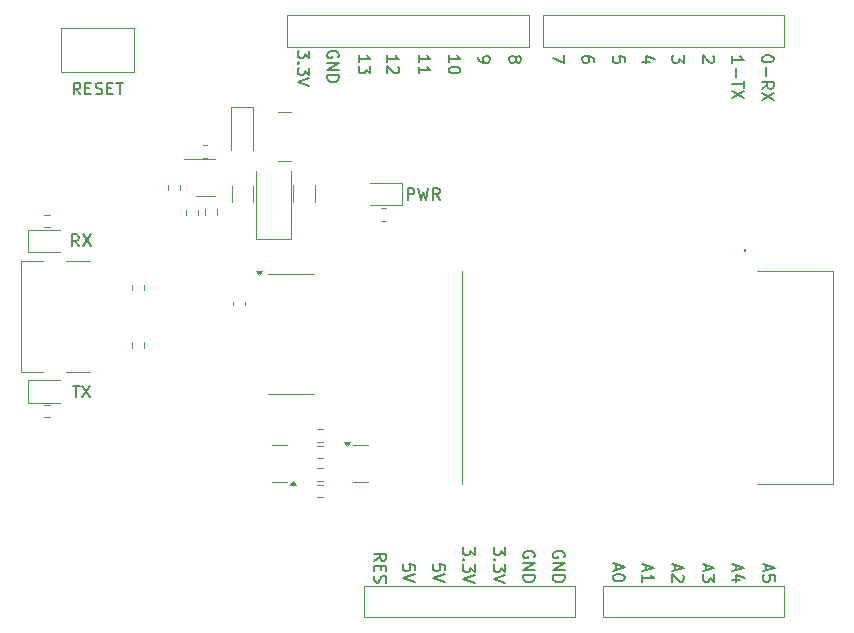
<source format=gbr>
%TF.GenerationSoftware,KiCad,Pcbnew,8.0.5*%
%TF.CreationDate,2024-12-12T18:20:32+01:00*%
%TF.ProjectId,Arduino_ESP,41726475-696e-46f5-9f45-53502e6b6963,rev?*%
%TF.SameCoordinates,Original*%
%TF.FileFunction,Legend,Top*%
%TF.FilePolarity,Positive*%
%FSLAX46Y46*%
G04 Gerber Fmt 4.6, Leading zero omitted, Abs format (unit mm)*
G04 Created by KiCad (PCBNEW 8.0.5) date 2024-12-12 18:20:32*
%MOMM*%
%LPD*%
G01*
G04 APERTURE LIST*
%ADD10C,0.150000*%
%ADD11C,0.120000*%
%ADD12C,0.100000*%
%ADD13C,0.200000*%
G04 APERTURE END LIST*
D10*
X147754180Y-107635752D02*
X148230371Y-107302419D01*
X147754180Y-107064324D02*
X148754180Y-107064324D01*
X148754180Y-107064324D02*
X148754180Y-107445276D01*
X148754180Y-107445276D02*
X148706561Y-107540514D01*
X148706561Y-107540514D02*
X148658942Y-107588133D01*
X148658942Y-107588133D02*
X148563704Y-107635752D01*
X148563704Y-107635752D02*
X148420847Y-107635752D01*
X148420847Y-107635752D02*
X148325609Y-107588133D01*
X148325609Y-107588133D02*
X148277990Y-107540514D01*
X148277990Y-107540514D02*
X148230371Y-107445276D01*
X148230371Y-107445276D02*
X148230371Y-107064324D01*
X148277990Y-108064324D02*
X148277990Y-108397657D01*
X147754180Y-108540514D02*
X147754180Y-108064324D01*
X147754180Y-108064324D02*
X148754180Y-108064324D01*
X148754180Y-108064324D02*
X148754180Y-108540514D01*
X147801800Y-108921467D02*
X147754180Y-109064324D01*
X147754180Y-109064324D02*
X147754180Y-109302419D01*
X147754180Y-109302419D02*
X147801800Y-109397657D01*
X147801800Y-109397657D02*
X147849419Y-109445276D01*
X147849419Y-109445276D02*
X147944657Y-109492895D01*
X147944657Y-109492895D02*
X148039895Y-109492895D01*
X148039895Y-109492895D02*
X148135133Y-109445276D01*
X148135133Y-109445276D02*
X148182752Y-109397657D01*
X148182752Y-109397657D02*
X148230371Y-109302419D01*
X148230371Y-109302419D02*
X148277990Y-109111943D01*
X148277990Y-109111943D02*
X148325609Y-109016705D01*
X148325609Y-109016705D02*
X148373228Y-108969086D01*
X148373228Y-108969086D02*
X148468466Y-108921467D01*
X148468466Y-108921467D02*
X148563704Y-108921467D01*
X148563704Y-108921467D02*
X148658942Y-108969086D01*
X148658942Y-108969086D02*
X148706561Y-109016705D01*
X148706561Y-109016705D02*
X148754180Y-109111943D01*
X148754180Y-109111943D02*
X148754180Y-109350038D01*
X148754180Y-109350038D02*
X148706561Y-109492895D01*
X158845180Y-106524610D02*
X158845180Y-107143657D01*
X158845180Y-107143657D02*
X158464228Y-106810324D01*
X158464228Y-106810324D02*
X158464228Y-106953181D01*
X158464228Y-106953181D02*
X158416609Y-107048419D01*
X158416609Y-107048419D02*
X158368990Y-107096038D01*
X158368990Y-107096038D02*
X158273752Y-107143657D01*
X158273752Y-107143657D02*
X158035657Y-107143657D01*
X158035657Y-107143657D02*
X157940419Y-107096038D01*
X157940419Y-107096038D02*
X157892800Y-107048419D01*
X157892800Y-107048419D02*
X157845180Y-106953181D01*
X157845180Y-106953181D02*
X157845180Y-106667467D01*
X157845180Y-106667467D02*
X157892800Y-106572229D01*
X157892800Y-106572229D02*
X157940419Y-106524610D01*
X157940419Y-107572229D02*
X157892800Y-107619848D01*
X157892800Y-107619848D02*
X157845180Y-107572229D01*
X157845180Y-107572229D02*
X157892800Y-107524610D01*
X157892800Y-107524610D02*
X157940419Y-107572229D01*
X157940419Y-107572229D02*
X157845180Y-107572229D01*
X158845180Y-107953181D02*
X158845180Y-108572228D01*
X158845180Y-108572228D02*
X158464228Y-108238895D01*
X158464228Y-108238895D02*
X158464228Y-108381752D01*
X158464228Y-108381752D02*
X158416609Y-108476990D01*
X158416609Y-108476990D02*
X158368990Y-108524609D01*
X158368990Y-108524609D02*
X158273752Y-108572228D01*
X158273752Y-108572228D02*
X158035657Y-108572228D01*
X158035657Y-108572228D02*
X157940419Y-108524609D01*
X157940419Y-108524609D02*
X157892800Y-108476990D01*
X157892800Y-108476990D02*
X157845180Y-108381752D01*
X157845180Y-108381752D02*
X157845180Y-108096038D01*
X157845180Y-108096038D02*
X157892800Y-108000800D01*
X157892800Y-108000800D02*
X157940419Y-107953181D01*
X158845180Y-108857943D02*
X157845180Y-109191276D01*
X157845180Y-109191276D02*
X158845180Y-109524609D01*
X170730895Y-107985714D02*
X170730895Y-108461904D01*
X170445180Y-107890476D02*
X171445180Y-108223809D01*
X171445180Y-108223809D02*
X170445180Y-108557142D01*
X170445180Y-109414285D02*
X170445180Y-108842857D01*
X170445180Y-109128571D02*
X171445180Y-109128571D01*
X171445180Y-109128571D02*
X171302323Y-109033333D01*
X171302323Y-109033333D02*
X171207085Y-108938095D01*
X171207085Y-108938095D02*
X171159466Y-108842857D01*
X151167180Y-108445323D02*
X151167180Y-107969133D01*
X151167180Y-107969133D02*
X150690990Y-107921514D01*
X150690990Y-107921514D02*
X150738609Y-107969133D01*
X150738609Y-107969133D02*
X150786228Y-108064371D01*
X150786228Y-108064371D02*
X150786228Y-108302466D01*
X150786228Y-108302466D02*
X150738609Y-108397704D01*
X150738609Y-108397704D02*
X150690990Y-108445323D01*
X150690990Y-108445323D02*
X150595752Y-108492942D01*
X150595752Y-108492942D02*
X150357657Y-108492942D01*
X150357657Y-108492942D02*
X150262419Y-108445323D01*
X150262419Y-108445323D02*
X150214800Y-108397704D01*
X150214800Y-108397704D02*
X150167180Y-108302466D01*
X150167180Y-108302466D02*
X150167180Y-108064371D01*
X150167180Y-108064371D02*
X150214800Y-107969133D01*
X150214800Y-107969133D02*
X150262419Y-107921514D01*
X151167180Y-108778657D02*
X150167180Y-109111990D01*
X150167180Y-109111990D02*
X151167180Y-109445323D01*
X163819561Y-107365895D02*
X163867180Y-107270657D01*
X163867180Y-107270657D02*
X163867180Y-107127800D01*
X163867180Y-107127800D02*
X163819561Y-106984943D01*
X163819561Y-106984943D02*
X163724323Y-106889705D01*
X163724323Y-106889705D02*
X163629085Y-106842086D01*
X163629085Y-106842086D02*
X163438609Y-106794467D01*
X163438609Y-106794467D02*
X163295752Y-106794467D01*
X163295752Y-106794467D02*
X163105276Y-106842086D01*
X163105276Y-106842086D02*
X163010038Y-106889705D01*
X163010038Y-106889705D02*
X162914800Y-106984943D01*
X162914800Y-106984943D02*
X162867180Y-107127800D01*
X162867180Y-107127800D02*
X162867180Y-107223038D01*
X162867180Y-107223038D02*
X162914800Y-107365895D01*
X162914800Y-107365895D02*
X162962419Y-107413514D01*
X162962419Y-107413514D02*
X163295752Y-107413514D01*
X163295752Y-107413514D02*
X163295752Y-107223038D01*
X162867180Y-107842086D02*
X163867180Y-107842086D01*
X163867180Y-107842086D02*
X162867180Y-108413514D01*
X162867180Y-108413514D02*
X163867180Y-108413514D01*
X162867180Y-108889705D02*
X163867180Y-108889705D01*
X163867180Y-108889705D02*
X163867180Y-109127800D01*
X163867180Y-109127800D02*
X163819561Y-109270657D01*
X163819561Y-109270657D02*
X163724323Y-109365895D01*
X163724323Y-109365895D02*
X163629085Y-109413514D01*
X163629085Y-109413514D02*
X163438609Y-109461133D01*
X163438609Y-109461133D02*
X163295752Y-109461133D01*
X163295752Y-109461133D02*
X163105276Y-109413514D01*
X163105276Y-109413514D02*
X163010038Y-109365895D01*
X163010038Y-109365895D02*
X162914800Y-109270657D01*
X162914800Y-109270657D02*
X162867180Y-109127800D01*
X162867180Y-109127800D02*
X162867180Y-108889705D01*
X175830895Y-107985714D02*
X175830895Y-108461904D01*
X175545180Y-107890476D02*
X176545180Y-108223809D01*
X176545180Y-108223809D02*
X175545180Y-108557142D01*
X176545180Y-108795238D02*
X176545180Y-109414285D01*
X176545180Y-109414285D02*
X176164228Y-109080952D01*
X176164228Y-109080952D02*
X176164228Y-109223809D01*
X176164228Y-109223809D02*
X176116609Y-109319047D01*
X176116609Y-109319047D02*
X176068990Y-109366666D01*
X176068990Y-109366666D02*
X175973752Y-109414285D01*
X175973752Y-109414285D02*
X175735657Y-109414285D01*
X175735657Y-109414285D02*
X175640419Y-109366666D01*
X175640419Y-109366666D02*
X175592800Y-109319047D01*
X175592800Y-109319047D02*
X175545180Y-109223809D01*
X175545180Y-109223809D02*
X175545180Y-108938095D01*
X175545180Y-108938095D02*
X175592800Y-108842857D01*
X175592800Y-108842857D02*
X175640419Y-108795238D01*
X156247180Y-106524610D02*
X156247180Y-107143657D01*
X156247180Y-107143657D02*
X155866228Y-106810324D01*
X155866228Y-106810324D02*
X155866228Y-106953181D01*
X155866228Y-106953181D02*
X155818609Y-107048419D01*
X155818609Y-107048419D02*
X155770990Y-107096038D01*
X155770990Y-107096038D02*
X155675752Y-107143657D01*
X155675752Y-107143657D02*
X155437657Y-107143657D01*
X155437657Y-107143657D02*
X155342419Y-107096038D01*
X155342419Y-107096038D02*
X155294800Y-107048419D01*
X155294800Y-107048419D02*
X155247180Y-106953181D01*
X155247180Y-106953181D02*
X155247180Y-106667467D01*
X155247180Y-106667467D02*
X155294800Y-106572229D01*
X155294800Y-106572229D02*
X155342419Y-106524610D01*
X155342419Y-107572229D02*
X155294800Y-107619848D01*
X155294800Y-107619848D02*
X155247180Y-107572229D01*
X155247180Y-107572229D02*
X155294800Y-107524610D01*
X155294800Y-107524610D02*
X155342419Y-107572229D01*
X155342419Y-107572229D02*
X155247180Y-107572229D01*
X156247180Y-107953181D02*
X156247180Y-108572228D01*
X156247180Y-108572228D02*
X155866228Y-108238895D01*
X155866228Y-108238895D02*
X155866228Y-108381752D01*
X155866228Y-108381752D02*
X155818609Y-108476990D01*
X155818609Y-108476990D02*
X155770990Y-108524609D01*
X155770990Y-108524609D02*
X155675752Y-108572228D01*
X155675752Y-108572228D02*
X155437657Y-108572228D01*
X155437657Y-108572228D02*
X155342419Y-108524609D01*
X155342419Y-108524609D02*
X155294800Y-108476990D01*
X155294800Y-108476990D02*
X155247180Y-108381752D01*
X155247180Y-108381752D02*
X155247180Y-108096038D01*
X155247180Y-108096038D02*
X155294800Y-108000800D01*
X155294800Y-108000800D02*
X155342419Y-107953181D01*
X156247180Y-108857943D02*
X155247180Y-109191276D01*
X155247180Y-109191276D02*
X156247180Y-109524609D01*
X171111847Y-65390476D02*
X170445180Y-65390476D01*
X171492800Y-65152381D02*
X170778514Y-64914286D01*
X170778514Y-64914286D02*
X170778514Y-65533333D01*
X163845180Y-64866667D02*
X163845180Y-65533333D01*
X163845180Y-65533333D02*
X162845180Y-65104762D01*
X178330895Y-107985714D02*
X178330895Y-108461904D01*
X178045180Y-107890476D02*
X179045180Y-108223809D01*
X179045180Y-108223809D02*
X178045180Y-108557142D01*
X178711847Y-109319047D02*
X178045180Y-109319047D01*
X179092800Y-109080952D02*
X178378514Y-108842857D01*
X178378514Y-108842857D02*
X178378514Y-109461904D01*
X180930895Y-107985714D02*
X180930895Y-108461904D01*
X180645180Y-107890476D02*
X181645180Y-108223809D01*
X181645180Y-108223809D02*
X180645180Y-108557142D01*
X181645180Y-109366666D02*
X181645180Y-108890476D01*
X181645180Y-108890476D02*
X181168990Y-108842857D01*
X181168990Y-108842857D02*
X181216609Y-108890476D01*
X181216609Y-108890476D02*
X181264228Y-108985714D01*
X181264228Y-108985714D02*
X181264228Y-109223809D01*
X181264228Y-109223809D02*
X181216609Y-109319047D01*
X181216609Y-109319047D02*
X181168990Y-109366666D01*
X181168990Y-109366666D02*
X181073752Y-109414285D01*
X181073752Y-109414285D02*
X180835657Y-109414285D01*
X180835657Y-109414285D02*
X180740419Y-109366666D01*
X180740419Y-109366666D02*
X180692800Y-109319047D01*
X180692800Y-109319047D02*
X180645180Y-109223809D01*
X180645180Y-109223809D02*
X180645180Y-108985714D01*
X180645180Y-108985714D02*
X180692800Y-108890476D01*
X180692800Y-108890476D02*
X180740419Y-108842857D01*
X153707180Y-108445323D02*
X153707180Y-107969133D01*
X153707180Y-107969133D02*
X153230990Y-107921514D01*
X153230990Y-107921514D02*
X153278609Y-107969133D01*
X153278609Y-107969133D02*
X153326228Y-108064371D01*
X153326228Y-108064371D02*
X153326228Y-108302466D01*
X153326228Y-108302466D02*
X153278609Y-108397704D01*
X153278609Y-108397704D02*
X153230990Y-108445323D01*
X153230990Y-108445323D02*
X153135752Y-108492942D01*
X153135752Y-108492942D02*
X152897657Y-108492942D01*
X152897657Y-108492942D02*
X152802419Y-108445323D01*
X152802419Y-108445323D02*
X152754800Y-108397704D01*
X152754800Y-108397704D02*
X152707180Y-108302466D01*
X152707180Y-108302466D02*
X152707180Y-108064371D01*
X152707180Y-108064371D02*
X152754800Y-107969133D01*
X152754800Y-107969133D02*
X152802419Y-107921514D01*
X153707180Y-108778657D02*
X152707180Y-109111990D01*
X152707180Y-109111990D02*
X153707180Y-109445323D01*
X181545580Y-65108343D02*
X181545580Y-65203581D01*
X181545580Y-65203581D02*
X181497961Y-65298819D01*
X181497961Y-65298819D02*
X181450342Y-65346438D01*
X181450342Y-65346438D02*
X181355104Y-65394057D01*
X181355104Y-65394057D02*
X181164628Y-65441676D01*
X181164628Y-65441676D02*
X180926533Y-65441676D01*
X180926533Y-65441676D02*
X180736057Y-65394057D01*
X180736057Y-65394057D02*
X180640819Y-65346438D01*
X180640819Y-65346438D02*
X180593200Y-65298819D01*
X180593200Y-65298819D02*
X180545580Y-65203581D01*
X180545580Y-65203581D02*
X180545580Y-65108343D01*
X180545580Y-65108343D02*
X180593200Y-65013105D01*
X180593200Y-65013105D02*
X180640819Y-64965486D01*
X180640819Y-64965486D02*
X180736057Y-64917867D01*
X180736057Y-64917867D02*
X180926533Y-64870248D01*
X180926533Y-64870248D02*
X181164628Y-64870248D01*
X181164628Y-64870248D02*
X181355104Y-64917867D01*
X181355104Y-64917867D02*
X181450342Y-64965486D01*
X181450342Y-64965486D02*
X181497961Y-65013105D01*
X181497961Y-65013105D02*
X181545580Y-65108343D01*
X180926533Y-65870248D02*
X180926533Y-66632153D01*
X180545580Y-67679771D02*
X181021771Y-67346438D01*
X180545580Y-67108343D02*
X181545580Y-67108343D01*
X181545580Y-67108343D02*
X181545580Y-67489295D01*
X181545580Y-67489295D02*
X181497961Y-67584533D01*
X181497961Y-67584533D02*
X181450342Y-67632152D01*
X181450342Y-67632152D02*
X181355104Y-67679771D01*
X181355104Y-67679771D02*
X181212247Y-67679771D01*
X181212247Y-67679771D02*
X181117009Y-67632152D01*
X181117009Y-67632152D02*
X181069390Y-67584533D01*
X181069390Y-67584533D02*
X181021771Y-67489295D01*
X181021771Y-67489295D02*
X181021771Y-67108343D01*
X181545580Y-68013105D02*
X180545580Y-68679771D01*
X181545580Y-68679771D02*
X180545580Y-68013105D01*
X176449942Y-64914286D02*
X176497561Y-64961905D01*
X176497561Y-64961905D02*
X176545180Y-65057143D01*
X176545180Y-65057143D02*
X176545180Y-65295238D01*
X176545180Y-65295238D02*
X176497561Y-65390476D01*
X176497561Y-65390476D02*
X176449942Y-65438095D01*
X176449942Y-65438095D02*
X176354704Y-65485714D01*
X176354704Y-65485714D02*
X176259466Y-65485714D01*
X176259466Y-65485714D02*
X176116609Y-65438095D01*
X176116609Y-65438095D02*
X175545180Y-64866667D01*
X175545180Y-64866667D02*
X175545180Y-65485714D01*
X173230895Y-107985714D02*
X173230895Y-108461904D01*
X172945180Y-107890476D02*
X173945180Y-108223809D01*
X173945180Y-108223809D02*
X172945180Y-108557142D01*
X173849942Y-108842857D02*
X173897561Y-108890476D01*
X173897561Y-108890476D02*
X173945180Y-108985714D01*
X173945180Y-108985714D02*
X173945180Y-109223809D01*
X173945180Y-109223809D02*
X173897561Y-109319047D01*
X173897561Y-109319047D02*
X173849942Y-109366666D01*
X173849942Y-109366666D02*
X173754704Y-109414285D01*
X173754704Y-109414285D02*
X173659466Y-109414285D01*
X173659466Y-109414285D02*
X173516609Y-109366666D01*
X173516609Y-109366666D02*
X172945180Y-108795238D01*
X172945180Y-108795238D02*
X172945180Y-109414285D01*
X151487980Y-65443123D02*
X151487980Y-64871695D01*
X151487980Y-65157409D02*
X152487980Y-65157409D01*
X152487980Y-65157409D02*
X152345123Y-65062171D01*
X152345123Y-65062171D02*
X152249885Y-64966933D01*
X152249885Y-64966933D02*
X152202266Y-64871695D01*
X151487980Y-66395504D02*
X151487980Y-65824076D01*
X151487980Y-66109790D02*
X152487980Y-66109790D01*
X152487980Y-66109790D02*
X152345123Y-66014552D01*
X152345123Y-66014552D02*
X152249885Y-65919314D01*
X152249885Y-65919314D02*
X152202266Y-65824076D01*
X168232895Y-107946914D02*
X168232895Y-108423104D01*
X167947180Y-107851676D02*
X168947180Y-108185009D01*
X168947180Y-108185009D02*
X167947180Y-108518342D01*
X168947180Y-109042152D02*
X168947180Y-109137390D01*
X168947180Y-109137390D02*
X168899561Y-109232628D01*
X168899561Y-109232628D02*
X168851942Y-109280247D01*
X168851942Y-109280247D02*
X168756704Y-109327866D01*
X168756704Y-109327866D02*
X168566228Y-109375485D01*
X168566228Y-109375485D02*
X168328133Y-109375485D01*
X168328133Y-109375485D02*
X168137657Y-109327866D01*
X168137657Y-109327866D02*
X168042419Y-109280247D01*
X168042419Y-109280247D02*
X167994800Y-109232628D01*
X167994800Y-109232628D02*
X167947180Y-109137390D01*
X167947180Y-109137390D02*
X167947180Y-109042152D01*
X167947180Y-109042152D02*
X167994800Y-108946914D01*
X167994800Y-108946914D02*
X168042419Y-108899295D01*
X168042419Y-108899295D02*
X168137657Y-108851676D01*
X168137657Y-108851676D02*
X168328133Y-108804057D01*
X168328133Y-108804057D02*
X168566228Y-108804057D01*
X168566228Y-108804057D02*
X168756704Y-108851676D01*
X168756704Y-108851676D02*
X168851942Y-108899295D01*
X168851942Y-108899295D02*
X168899561Y-108946914D01*
X168899561Y-108946914D02*
X168947180Y-109042152D01*
X168945180Y-65438095D02*
X168945180Y-64961905D01*
X168945180Y-64961905D02*
X168468990Y-64914286D01*
X168468990Y-64914286D02*
X168516609Y-64961905D01*
X168516609Y-64961905D02*
X168564228Y-65057143D01*
X168564228Y-65057143D02*
X168564228Y-65295238D01*
X168564228Y-65295238D02*
X168516609Y-65390476D01*
X168516609Y-65390476D02*
X168468990Y-65438095D01*
X168468990Y-65438095D02*
X168373752Y-65485714D01*
X168373752Y-65485714D02*
X168135657Y-65485714D01*
X168135657Y-65485714D02*
X168040419Y-65438095D01*
X168040419Y-65438095D02*
X167992800Y-65390476D01*
X167992800Y-65390476D02*
X167945180Y-65295238D01*
X167945180Y-65295238D02*
X167945180Y-65057143D01*
X167945180Y-65057143D02*
X167992800Y-64961905D01*
X167992800Y-64961905D02*
X168040419Y-64914286D01*
X178005580Y-65509923D02*
X178005580Y-64938495D01*
X178005580Y-65224209D02*
X179005580Y-65224209D01*
X179005580Y-65224209D02*
X178862723Y-65128971D01*
X178862723Y-65128971D02*
X178767485Y-65033733D01*
X178767485Y-65033733D02*
X178719866Y-64938495D01*
X178386533Y-65938495D02*
X178386533Y-66700400D01*
X179005580Y-67033733D02*
X179005580Y-67605161D01*
X178005580Y-67319447D02*
X179005580Y-67319447D01*
X179005580Y-67843257D02*
X178005580Y-68509923D01*
X179005580Y-68509923D02*
X178005580Y-67843257D01*
X156545180Y-65009524D02*
X156545180Y-65200000D01*
X156545180Y-65200000D02*
X156592800Y-65295238D01*
X156592800Y-65295238D02*
X156640419Y-65342857D01*
X156640419Y-65342857D02*
X156783276Y-65438095D01*
X156783276Y-65438095D02*
X156973752Y-65485714D01*
X156973752Y-65485714D02*
X157354704Y-65485714D01*
X157354704Y-65485714D02*
X157449942Y-65438095D01*
X157449942Y-65438095D02*
X157497561Y-65390476D01*
X157497561Y-65390476D02*
X157545180Y-65295238D01*
X157545180Y-65295238D02*
X157545180Y-65104762D01*
X157545180Y-65104762D02*
X157497561Y-65009524D01*
X157497561Y-65009524D02*
X157449942Y-64961905D01*
X157449942Y-64961905D02*
X157354704Y-64914286D01*
X157354704Y-64914286D02*
X157116609Y-64914286D01*
X157116609Y-64914286D02*
X157021371Y-64961905D01*
X157021371Y-64961905D02*
X156973752Y-65009524D01*
X156973752Y-65009524D02*
X156926133Y-65104762D01*
X156926133Y-65104762D02*
X156926133Y-65295238D01*
X156926133Y-65295238D02*
X156973752Y-65390476D01*
X156973752Y-65390476D02*
X157021371Y-65438095D01*
X157021371Y-65438095D02*
X157116609Y-65485714D01*
X166345180Y-65390476D02*
X166345180Y-65200000D01*
X166345180Y-65200000D02*
X166297561Y-65104762D01*
X166297561Y-65104762D02*
X166249942Y-65057143D01*
X166249942Y-65057143D02*
X166107085Y-64961905D01*
X166107085Y-64961905D02*
X165916609Y-64914286D01*
X165916609Y-64914286D02*
X165535657Y-64914286D01*
X165535657Y-64914286D02*
X165440419Y-64961905D01*
X165440419Y-64961905D02*
X165392800Y-65009524D01*
X165392800Y-65009524D02*
X165345180Y-65104762D01*
X165345180Y-65104762D02*
X165345180Y-65295238D01*
X165345180Y-65295238D02*
X165392800Y-65390476D01*
X165392800Y-65390476D02*
X165440419Y-65438095D01*
X165440419Y-65438095D02*
X165535657Y-65485714D01*
X165535657Y-65485714D02*
X165773752Y-65485714D01*
X165773752Y-65485714D02*
X165868990Y-65438095D01*
X165868990Y-65438095D02*
X165916609Y-65390476D01*
X165916609Y-65390476D02*
X165964228Y-65295238D01*
X165964228Y-65295238D02*
X165964228Y-65104762D01*
X165964228Y-65104762D02*
X165916609Y-65009524D01*
X165916609Y-65009524D02*
X165868990Y-64961905D01*
X165868990Y-64961905D02*
X165773752Y-64914286D01*
X154027980Y-65443123D02*
X154027980Y-64871695D01*
X154027980Y-65157409D02*
X155027980Y-65157409D01*
X155027980Y-65157409D02*
X154885123Y-65062171D01*
X154885123Y-65062171D02*
X154789885Y-64966933D01*
X154789885Y-64966933D02*
X154742266Y-64871695D01*
X155027980Y-66062171D02*
X155027980Y-66157409D01*
X155027980Y-66157409D02*
X154980361Y-66252647D01*
X154980361Y-66252647D02*
X154932742Y-66300266D01*
X154932742Y-66300266D02*
X154837504Y-66347885D01*
X154837504Y-66347885D02*
X154647028Y-66395504D01*
X154647028Y-66395504D02*
X154408933Y-66395504D01*
X154408933Y-66395504D02*
X154218457Y-66347885D01*
X154218457Y-66347885D02*
X154123219Y-66300266D01*
X154123219Y-66300266D02*
X154075600Y-66252647D01*
X154075600Y-66252647D02*
X154027980Y-66157409D01*
X154027980Y-66157409D02*
X154027980Y-66062171D01*
X154027980Y-66062171D02*
X154075600Y-65966933D01*
X154075600Y-65966933D02*
X154123219Y-65919314D01*
X154123219Y-65919314D02*
X154218457Y-65871695D01*
X154218457Y-65871695D02*
X154408933Y-65824076D01*
X154408933Y-65824076D02*
X154647028Y-65824076D01*
X154647028Y-65824076D02*
X154837504Y-65871695D01*
X154837504Y-65871695D02*
X154932742Y-65919314D01*
X154932742Y-65919314D02*
X154980361Y-65966933D01*
X154980361Y-65966933D02*
X155027980Y-66062171D01*
X161297561Y-107361895D02*
X161345180Y-107266657D01*
X161345180Y-107266657D02*
X161345180Y-107123800D01*
X161345180Y-107123800D02*
X161297561Y-106980943D01*
X161297561Y-106980943D02*
X161202323Y-106885705D01*
X161202323Y-106885705D02*
X161107085Y-106838086D01*
X161107085Y-106838086D02*
X160916609Y-106790467D01*
X160916609Y-106790467D02*
X160773752Y-106790467D01*
X160773752Y-106790467D02*
X160583276Y-106838086D01*
X160583276Y-106838086D02*
X160488038Y-106885705D01*
X160488038Y-106885705D02*
X160392800Y-106980943D01*
X160392800Y-106980943D02*
X160345180Y-107123800D01*
X160345180Y-107123800D02*
X160345180Y-107219038D01*
X160345180Y-107219038D02*
X160392800Y-107361895D01*
X160392800Y-107361895D02*
X160440419Y-107409514D01*
X160440419Y-107409514D02*
X160773752Y-107409514D01*
X160773752Y-107409514D02*
X160773752Y-107219038D01*
X160345180Y-107838086D02*
X161345180Y-107838086D01*
X161345180Y-107838086D02*
X160345180Y-108409514D01*
X160345180Y-108409514D02*
X161345180Y-108409514D01*
X160345180Y-108885705D02*
X161345180Y-108885705D01*
X161345180Y-108885705D02*
X161345180Y-109123800D01*
X161345180Y-109123800D02*
X161297561Y-109266657D01*
X161297561Y-109266657D02*
X161202323Y-109361895D01*
X161202323Y-109361895D02*
X161107085Y-109409514D01*
X161107085Y-109409514D02*
X160916609Y-109457133D01*
X160916609Y-109457133D02*
X160773752Y-109457133D01*
X160773752Y-109457133D02*
X160583276Y-109409514D01*
X160583276Y-109409514D02*
X160488038Y-109361895D01*
X160488038Y-109361895D02*
X160392800Y-109266657D01*
X160392800Y-109266657D02*
X160345180Y-109123800D01*
X160345180Y-109123800D02*
X160345180Y-108885705D01*
X144697561Y-65038095D02*
X144745180Y-64942857D01*
X144745180Y-64942857D02*
X144745180Y-64800000D01*
X144745180Y-64800000D02*
X144697561Y-64657143D01*
X144697561Y-64657143D02*
X144602323Y-64561905D01*
X144602323Y-64561905D02*
X144507085Y-64514286D01*
X144507085Y-64514286D02*
X144316609Y-64466667D01*
X144316609Y-64466667D02*
X144173752Y-64466667D01*
X144173752Y-64466667D02*
X143983276Y-64514286D01*
X143983276Y-64514286D02*
X143888038Y-64561905D01*
X143888038Y-64561905D02*
X143792800Y-64657143D01*
X143792800Y-64657143D02*
X143745180Y-64800000D01*
X143745180Y-64800000D02*
X143745180Y-64895238D01*
X143745180Y-64895238D02*
X143792800Y-65038095D01*
X143792800Y-65038095D02*
X143840419Y-65085714D01*
X143840419Y-65085714D02*
X144173752Y-65085714D01*
X144173752Y-65085714D02*
X144173752Y-64895238D01*
X143745180Y-65514286D02*
X144745180Y-65514286D01*
X144745180Y-65514286D02*
X143745180Y-66085714D01*
X143745180Y-66085714D02*
X144745180Y-66085714D01*
X143745180Y-66561905D02*
X144745180Y-66561905D01*
X144745180Y-66561905D02*
X144745180Y-66800000D01*
X144745180Y-66800000D02*
X144697561Y-66942857D01*
X144697561Y-66942857D02*
X144602323Y-67038095D01*
X144602323Y-67038095D02*
X144507085Y-67085714D01*
X144507085Y-67085714D02*
X144316609Y-67133333D01*
X144316609Y-67133333D02*
X144173752Y-67133333D01*
X144173752Y-67133333D02*
X143983276Y-67085714D01*
X143983276Y-67085714D02*
X143888038Y-67038095D01*
X143888038Y-67038095D02*
X143792800Y-66942857D01*
X143792800Y-66942857D02*
X143745180Y-66800000D01*
X143745180Y-66800000D02*
X143745180Y-66561905D01*
X159716609Y-65104762D02*
X159764228Y-65009524D01*
X159764228Y-65009524D02*
X159811847Y-64961905D01*
X159811847Y-64961905D02*
X159907085Y-64914286D01*
X159907085Y-64914286D02*
X159954704Y-64914286D01*
X159954704Y-64914286D02*
X160049942Y-64961905D01*
X160049942Y-64961905D02*
X160097561Y-65009524D01*
X160097561Y-65009524D02*
X160145180Y-65104762D01*
X160145180Y-65104762D02*
X160145180Y-65295238D01*
X160145180Y-65295238D02*
X160097561Y-65390476D01*
X160097561Y-65390476D02*
X160049942Y-65438095D01*
X160049942Y-65438095D02*
X159954704Y-65485714D01*
X159954704Y-65485714D02*
X159907085Y-65485714D01*
X159907085Y-65485714D02*
X159811847Y-65438095D01*
X159811847Y-65438095D02*
X159764228Y-65390476D01*
X159764228Y-65390476D02*
X159716609Y-65295238D01*
X159716609Y-65295238D02*
X159716609Y-65104762D01*
X159716609Y-65104762D02*
X159668990Y-65009524D01*
X159668990Y-65009524D02*
X159621371Y-64961905D01*
X159621371Y-64961905D02*
X159526133Y-64914286D01*
X159526133Y-64914286D02*
X159335657Y-64914286D01*
X159335657Y-64914286D02*
X159240419Y-64961905D01*
X159240419Y-64961905D02*
X159192800Y-65009524D01*
X159192800Y-65009524D02*
X159145180Y-65104762D01*
X159145180Y-65104762D02*
X159145180Y-65295238D01*
X159145180Y-65295238D02*
X159192800Y-65390476D01*
X159192800Y-65390476D02*
X159240419Y-65438095D01*
X159240419Y-65438095D02*
X159335657Y-65485714D01*
X159335657Y-65485714D02*
X159526133Y-65485714D01*
X159526133Y-65485714D02*
X159621371Y-65438095D01*
X159621371Y-65438095D02*
X159668990Y-65390476D01*
X159668990Y-65390476D02*
X159716609Y-65295238D01*
X148845180Y-65443123D02*
X148845180Y-64871695D01*
X148845180Y-65157409D02*
X149845180Y-65157409D01*
X149845180Y-65157409D02*
X149702323Y-65062171D01*
X149702323Y-65062171D02*
X149607085Y-64966933D01*
X149607085Y-64966933D02*
X149559466Y-64871695D01*
X149749942Y-65824076D02*
X149797561Y-65871695D01*
X149797561Y-65871695D02*
X149845180Y-65966933D01*
X149845180Y-65966933D02*
X149845180Y-66205028D01*
X149845180Y-66205028D02*
X149797561Y-66300266D01*
X149797561Y-66300266D02*
X149749942Y-66347885D01*
X149749942Y-66347885D02*
X149654704Y-66395504D01*
X149654704Y-66395504D02*
X149559466Y-66395504D01*
X149559466Y-66395504D02*
X149416609Y-66347885D01*
X149416609Y-66347885D02*
X148845180Y-65776457D01*
X148845180Y-65776457D02*
X148845180Y-66395504D01*
X142245180Y-64462210D02*
X142245180Y-65081257D01*
X142245180Y-65081257D02*
X141864228Y-64747924D01*
X141864228Y-64747924D02*
X141864228Y-64890781D01*
X141864228Y-64890781D02*
X141816609Y-64986019D01*
X141816609Y-64986019D02*
X141768990Y-65033638D01*
X141768990Y-65033638D02*
X141673752Y-65081257D01*
X141673752Y-65081257D02*
X141435657Y-65081257D01*
X141435657Y-65081257D02*
X141340419Y-65033638D01*
X141340419Y-65033638D02*
X141292800Y-64986019D01*
X141292800Y-64986019D02*
X141245180Y-64890781D01*
X141245180Y-64890781D02*
X141245180Y-64605067D01*
X141245180Y-64605067D02*
X141292800Y-64509829D01*
X141292800Y-64509829D02*
X141340419Y-64462210D01*
X141340419Y-65509829D02*
X141292800Y-65557448D01*
X141292800Y-65557448D02*
X141245180Y-65509829D01*
X141245180Y-65509829D02*
X141292800Y-65462210D01*
X141292800Y-65462210D02*
X141340419Y-65509829D01*
X141340419Y-65509829D02*
X141245180Y-65509829D01*
X142245180Y-65890781D02*
X142245180Y-66509828D01*
X142245180Y-66509828D02*
X141864228Y-66176495D01*
X141864228Y-66176495D02*
X141864228Y-66319352D01*
X141864228Y-66319352D02*
X141816609Y-66414590D01*
X141816609Y-66414590D02*
X141768990Y-66462209D01*
X141768990Y-66462209D02*
X141673752Y-66509828D01*
X141673752Y-66509828D02*
X141435657Y-66509828D01*
X141435657Y-66509828D02*
X141340419Y-66462209D01*
X141340419Y-66462209D02*
X141292800Y-66414590D01*
X141292800Y-66414590D02*
X141245180Y-66319352D01*
X141245180Y-66319352D02*
X141245180Y-66033638D01*
X141245180Y-66033638D02*
X141292800Y-65938400D01*
X141292800Y-65938400D02*
X141340419Y-65890781D01*
X142245180Y-66795543D02*
X141245180Y-67128876D01*
X141245180Y-67128876D02*
X142245180Y-67462209D01*
X173945180Y-64866667D02*
X173945180Y-65485714D01*
X173945180Y-65485714D02*
X173564228Y-65152381D01*
X173564228Y-65152381D02*
X173564228Y-65295238D01*
X173564228Y-65295238D02*
X173516609Y-65390476D01*
X173516609Y-65390476D02*
X173468990Y-65438095D01*
X173468990Y-65438095D02*
X173373752Y-65485714D01*
X173373752Y-65485714D02*
X173135657Y-65485714D01*
X173135657Y-65485714D02*
X173040419Y-65438095D01*
X173040419Y-65438095D02*
X172992800Y-65390476D01*
X172992800Y-65390476D02*
X172945180Y-65295238D01*
X172945180Y-65295238D02*
X172945180Y-65009524D01*
X172945180Y-65009524D02*
X172992800Y-64914286D01*
X172992800Y-64914286D02*
X173040419Y-64866667D01*
X146407980Y-65443123D02*
X146407980Y-64871695D01*
X146407980Y-65157409D02*
X147407980Y-65157409D01*
X147407980Y-65157409D02*
X147265123Y-65062171D01*
X147265123Y-65062171D02*
X147169885Y-64966933D01*
X147169885Y-64966933D02*
X147122266Y-64871695D01*
X147407980Y-65776457D02*
X147407980Y-66395504D01*
X147407980Y-66395504D02*
X147027028Y-66062171D01*
X147027028Y-66062171D02*
X147027028Y-66205028D01*
X147027028Y-66205028D02*
X146979409Y-66300266D01*
X146979409Y-66300266D02*
X146931790Y-66347885D01*
X146931790Y-66347885D02*
X146836552Y-66395504D01*
X146836552Y-66395504D02*
X146598457Y-66395504D01*
X146598457Y-66395504D02*
X146503219Y-66347885D01*
X146503219Y-66347885D02*
X146455600Y-66300266D01*
X146455600Y-66300266D02*
X146407980Y-66205028D01*
X146407980Y-66205028D02*
X146407980Y-65919314D01*
X146407980Y-65919314D02*
X146455600Y-65824076D01*
X146455600Y-65824076D02*
X146503219Y-65776457D01*
X122855218Y-68171219D02*
X122521885Y-67695028D01*
X122283790Y-68171219D02*
X122283790Y-67171219D01*
X122283790Y-67171219D02*
X122664742Y-67171219D01*
X122664742Y-67171219D02*
X122759980Y-67218838D01*
X122759980Y-67218838D02*
X122807599Y-67266457D01*
X122807599Y-67266457D02*
X122855218Y-67361695D01*
X122855218Y-67361695D02*
X122855218Y-67504552D01*
X122855218Y-67504552D02*
X122807599Y-67599790D01*
X122807599Y-67599790D02*
X122759980Y-67647409D01*
X122759980Y-67647409D02*
X122664742Y-67695028D01*
X122664742Y-67695028D02*
X122283790Y-67695028D01*
X123283790Y-67647409D02*
X123617123Y-67647409D01*
X123759980Y-68171219D02*
X123283790Y-68171219D01*
X123283790Y-68171219D02*
X123283790Y-67171219D01*
X123283790Y-67171219D02*
X123759980Y-67171219D01*
X124140933Y-68123600D02*
X124283790Y-68171219D01*
X124283790Y-68171219D02*
X124521885Y-68171219D01*
X124521885Y-68171219D02*
X124617123Y-68123600D01*
X124617123Y-68123600D02*
X124664742Y-68075980D01*
X124664742Y-68075980D02*
X124712361Y-67980742D01*
X124712361Y-67980742D02*
X124712361Y-67885504D01*
X124712361Y-67885504D02*
X124664742Y-67790266D01*
X124664742Y-67790266D02*
X124617123Y-67742647D01*
X124617123Y-67742647D02*
X124521885Y-67695028D01*
X124521885Y-67695028D02*
X124331409Y-67647409D01*
X124331409Y-67647409D02*
X124236171Y-67599790D01*
X124236171Y-67599790D02*
X124188552Y-67552171D01*
X124188552Y-67552171D02*
X124140933Y-67456933D01*
X124140933Y-67456933D02*
X124140933Y-67361695D01*
X124140933Y-67361695D02*
X124188552Y-67266457D01*
X124188552Y-67266457D02*
X124236171Y-67218838D01*
X124236171Y-67218838D02*
X124331409Y-67171219D01*
X124331409Y-67171219D02*
X124569504Y-67171219D01*
X124569504Y-67171219D02*
X124712361Y-67218838D01*
X125140933Y-67647409D02*
X125474266Y-67647409D01*
X125617123Y-68171219D02*
X125140933Y-68171219D01*
X125140933Y-68171219D02*
X125140933Y-67171219D01*
X125140933Y-67171219D02*
X125617123Y-67171219D01*
X125902838Y-67171219D02*
X126474266Y-67171219D01*
X126188552Y-68171219D02*
X126188552Y-67171219D01*
X150558667Y-77112019D02*
X150558667Y-76112019D01*
X150558667Y-76112019D02*
X150939619Y-76112019D01*
X150939619Y-76112019D02*
X151034857Y-76159638D01*
X151034857Y-76159638D02*
X151082476Y-76207257D01*
X151082476Y-76207257D02*
X151130095Y-76302495D01*
X151130095Y-76302495D02*
X151130095Y-76445352D01*
X151130095Y-76445352D02*
X151082476Y-76540590D01*
X151082476Y-76540590D02*
X151034857Y-76588209D01*
X151034857Y-76588209D02*
X150939619Y-76635828D01*
X150939619Y-76635828D02*
X150558667Y-76635828D01*
X151463429Y-76112019D02*
X151701524Y-77112019D01*
X151701524Y-77112019D02*
X151892000Y-76397733D01*
X151892000Y-76397733D02*
X152082476Y-77112019D01*
X152082476Y-77112019D02*
X152320572Y-76112019D01*
X153272952Y-77112019D02*
X152939619Y-76635828D01*
X152701524Y-77112019D02*
X152701524Y-76112019D01*
X152701524Y-76112019D02*
X153082476Y-76112019D01*
X153082476Y-76112019D02*
X153177714Y-76159638D01*
X153177714Y-76159638D02*
X153225333Y-76207257D01*
X153225333Y-76207257D02*
X153272952Y-76302495D01*
X153272952Y-76302495D02*
X153272952Y-76445352D01*
X153272952Y-76445352D02*
X153225333Y-76540590D01*
X153225333Y-76540590D02*
X153177714Y-76588209D01*
X153177714Y-76588209D02*
X153082476Y-76635828D01*
X153082476Y-76635828D02*
X152701524Y-76635828D01*
X122718533Y-81023619D02*
X122385200Y-80547428D01*
X122147105Y-81023619D02*
X122147105Y-80023619D01*
X122147105Y-80023619D02*
X122528057Y-80023619D01*
X122528057Y-80023619D02*
X122623295Y-80071238D01*
X122623295Y-80071238D02*
X122670914Y-80118857D01*
X122670914Y-80118857D02*
X122718533Y-80214095D01*
X122718533Y-80214095D02*
X122718533Y-80356952D01*
X122718533Y-80356952D02*
X122670914Y-80452190D01*
X122670914Y-80452190D02*
X122623295Y-80499809D01*
X122623295Y-80499809D02*
X122528057Y-80547428D01*
X122528057Y-80547428D02*
X122147105Y-80547428D01*
X123051867Y-80023619D02*
X123718533Y-81023619D01*
X123718533Y-80023619D02*
X123051867Y-81023619D01*
X122224895Y-92825219D02*
X122796323Y-92825219D01*
X122510609Y-93825219D02*
X122510609Y-92825219D01*
X123034419Y-92825219D02*
X123701085Y-93825219D01*
X123701085Y-92825219D02*
X123034419Y-93825219D01*
D11*
%TO.C,C2*%
X135691200Y-75895148D02*
X135691200Y-77317652D01*
X137511200Y-75895148D02*
X137511200Y-77317652D01*
%TO.C,IC2*%
X139714500Y-97830200D02*
X139064500Y-97830200D01*
X139714500Y-97830200D02*
X140364500Y-97830200D01*
X139714500Y-100950200D02*
X139064500Y-100950200D01*
X139714500Y-100950200D02*
X140364500Y-100950200D01*
X141117000Y-101230200D02*
X140637000Y-101230200D01*
X140877000Y-100900200D01*
X141117000Y-101230200D01*
G36*
X141117000Y-101230200D02*
G01*
X140637000Y-101230200D01*
X140877000Y-100900200D01*
X141117000Y-101230200D01*
G37*
%TO.C,SW1*%
X121247600Y-62564400D02*
X127367600Y-62564400D01*
X121247600Y-66264400D02*
X121247600Y-62564400D01*
X127367600Y-62564400D02*
X127367600Y-66264400D01*
X127367600Y-66264400D02*
X121247600Y-66264400D01*
%TO.C,R10*%
X119803142Y-94473500D02*
X120277658Y-94473500D01*
X119803142Y-95518500D02*
X120277658Y-95518500D01*
%TO.C,J1*%
X161990000Y-61470000D02*
X161990000Y-64130000D01*
X182430000Y-61470000D02*
X161990000Y-61470000D01*
X182430000Y-61470000D02*
X182430000Y-64130000D01*
X182430000Y-64130000D02*
X161990000Y-64130000D01*
%TO.C,U1*%
X140681000Y-83408200D02*
X138731000Y-83408200D01*
X140681000Y-83408200D02*
X142631000Y-83408200D01*
X140681000Y-93528200D02*
X138731000Y-93528200D01*
X140681000Y-93528200D02*
X142631000Y-93528200D01*
X137981000Y-83463200D02*
X137741000Y-83133200D01*
X138221000Y-83133200D01*
X137981000Y-83463200D01*
G36*
X137981000Y-83463200D02*
G01*
X137741000Y-83133200D01*
X138221000Y-83133200D01*
X137981000Y-83463200D01*
G37*
%TO.C,R5*%
X143378458Y-99832900D02*
X142903942Y-99832900D01*
X143378458Y-100877900D02*
X142903942Y-100877900D01*
%TO.C,J2*%
X140390000Y-61470000D02*
X140390000Y-64130000D01*
X160820800Y-61470000D02*
X140390000Y-61470000D01*
X160820800Y-61470000D02*
X160820800Y-64130000D01*
X160820800Y-64130000D02*
X140390000Y-64130000D01*
%TO.C,L1*%
X139587200Y-69669600D02*
X140727200Y-69669600D01*
X139587200Y-73789600D02*
X140727200Y-73789600D01*
%TO.C,D5*%
X147386800Y-77566400D02*
X150071800Y-77566400D01*
X150071800Y-75646400D02*
X147386800Y-75646400D01*
X150071800Y-77566400D02*
X150071800Y-75646400D01*
%TO.C,D2*%
X118457000Y-79608800D02*
X118457000Y-81528800D01*
X118457000Y-81528800D02*
X121142000Y-81528800D01*
X121142000Y-79608800D02*
X118457000Y-79608800D01*
%TO.C,J4*%
X146830000Y-109770000D02*
X164730000Y-109770000D01*
X146830000Y-112430000D02*
X146830000Y-109770000D01*
X146830000Y-112430000D02*
X164730000Y-112430000D01*
X164730000Y-112430000D02*
X164730000Y-109770000D01*
%TO.C,C1*%
X135802200Y-86034580D02*
X135802200Y-85753420D01*
X136822200Y-86034580D02*
X136822200Y-85753420D01*
%TO.C,IC3*%
X146595600Y-97845400D02*
X145945600Y-97845400D01*
X146595600Y-97845400D02*
X147245600Y-97845400D01*
X146595600Y-100965400D02*
X145945600Y-100965400D01*
X146595600Y-100965400D02*
X147245600Y-100965400D01*
X145433100Y-97895400D02*
X145193100Y-97565400D01*
X145673100Y-97565400D01*
X145433100Y-97895400D01*
G36*
X145433100Y-97895400D02*
G01*
X145193100Y-97565400D01*
X145673100Y-97565400D01*
X145433100Y-97895400D01*
G37*
D12*
%TO.C,IC1*%
X155187000Y-83116000D02*
X155187000Y-83116000D01*
X155187000Y-83116000D02*
X155187000Y-101116000D01*
X155187000Y-101116000D02*
X155187000Y-83116000D01*
X155187000Y-101116000D02*
X155187000Y-101116000D01*
D13*
X179137000Y-81316000D02*
X179137000Y-81316000D01*
X179137000Y-81316000D02*
X179137000Y-81316000D01*
X179137000Y-81416000D02*
X179137000Y-81416000D01*
D12*
X180147000Y-83116000D02*
X180147000Y-83116000D01*
X180147000Y-83116000D02*
X186587000Y-83116000D01*
X180147000Y-101116000D02*
X180147000Y-101116000D01*
X180147000Y-101116000D02*
X186587000Y-101116000D01*
X186587000Y-83116000D02*
X180147000Y-83116000D01*
X186587000Y-83116000D02*
X186587000Y-83116000D01*
X186587000Y-83116000D02*
X186587000Y-83116000D01*
X186587000Y-83116000D02*
X186587000Y-101116000D01*
X186587000Y-101116000D02*
X180147000Y-101116000D01*
X186587000Y-101116000D02*
X186587000Y-83116000D01*
X186587000Y-101116000D02*
X186587000Y-101116000D01*
X186587000Y-101116000D02*
X186587000Y-101116000D01*
D13*
X179137000Y-81316000D02*
G75*
G02*
X179137000Y-81416000I0J-50000D01*
G01*
X179137000Y-81416000D02*
G75*
G02*
X179137000Y-81316000I0J50000D01*
G01*
X179137000Y-81416000D02*
G75*
G02*
X179137000Y-81316000I0J50000D01*
G01*
D11*
%TO.C,R14*%
X127239500Y-84768458D02*
X127239500Y-84293942D01*
X128284500Y-84768458D02*
X128284500Y-84293942D01*
%TO.C,J6*%
X117835800Y-82250000D02*
X117835800Y-91650000D01*
X119735800Y-82250000D02*
X117835800Y-82250000D01*
X119735800Y-91650000D02*
X117835800Y-91650000D01*
X123635800Y-82250000D02*
X121635800Y-82250000D01*
X123635800Y-91650000D02*
X121635800Y-91650000D01*
%TO.C,R9*%
X133386300Y-78367658D02*
X133386300Y-77893142D01*
X134431300Y-78367658D02*
X134431300Y-77893142D01*
%TO.C,R23*%
X148776458Y-77811100D02*
X148301942Y-77811100D01*
X148776458Y-78856100D02*
X148301942Y-78856100D01*
%TO.C,R6*%
X142903942Y-97902500D02*
X143378458Y-97902500D01*
X142903942Y-98947500D02*
X143378458Y-98947500D01*
%TO.C,R7*%
X142903942Y-96530900D02*
X143378458Y-96530900D01*
X142903942Y-97575900D02*
X143378458Y-97575900D01*
%TO.C,R15*%
X127239500Y-89170742D02*
X127239500Y-89645258D01*
X128284500Y-89170742D02*
X128284500Y-89645258D01*
%TO.C,C4*%
X140872800Y-75846148D02*
X140872800Y-77268652D01*
X142692800Y-75846148D02*
X142692800Y-77268652D01*
%TO.C,R12*%
X131811500Y-78418458D02*
X131811500Y-77943942D01*
X132856500Y-78418458D02*
X132856500Y-77943942D01*
%TO.C,D3*%
X137692000Y-74667400D02*
X137692000Y-80367400D01*
X137692000Y-80367400D02*
X140692000Y-80367400D01*
X140692000Y-80367400D02*
X140692000Y-74667400D01*
%TO.C,R11*%
X119790942Y-78369900D02*
X120265458Y-78369900D01*
X119790942Y-79414900D02*
X120265458Y-79414900D01*
%TO.C,R8*%
X142903942Y-101204500D02*
X143378458Y-101204500D01*
X142903942Y-102249500D02*
X143378458Y-102249500D01*
%TO.C,C3*%
X133273220Y-72489600D02*
X133554380Y-72489600D01*
X133273220Y-73509600D02*
X133554380Y-73509600D01*
%TO.C,J3*%
X167070000Y-109770000D02*
X167070000Y-112430000D01*
X182430000Y-109770000D02*
X167070000Y-109770000D01*
X182430000Y-109770000D02*
X182430000Y-112430000D01*
X182430000Y-112430000D02*
X167070000Y-112430000D01*
%TO.C,U2*%
X133451600Y-73646400D02*
X131651600Y-73646400D01*
X133451600Y-73646400D02*
X134251600Y-73646400D01*
X133451600Y-76766400D02*
X132651600Y-76766400D01*
X133451600Y-76766400D02*
X134251600Y-76766400D01*
%TO.C,R13*%
X130287500Y-76284858D02*
X130287500Y-75810342D01*
X131332500Y-76284858D02*
X131332500Y-75810342D01*
%TO.C,D1*%
X118457000Y-92359600D02*
X118457000Y-94279600D01*
X118457000Y-94279600D02*
X121142000Y-94279600D01*
X121142000Y-92359600D02*
X118457000Y-92359600D01*
%TO.C,D4*%
X135600400Y-69215600D02*
X135600400Y-72875600D01*
X137500400Y-69215600D02*
X135600400Y-69215600D01*
X137500400Y-69215600D02*
X137500400Y-72875600D01*
%TD*%
M02*

</source>
